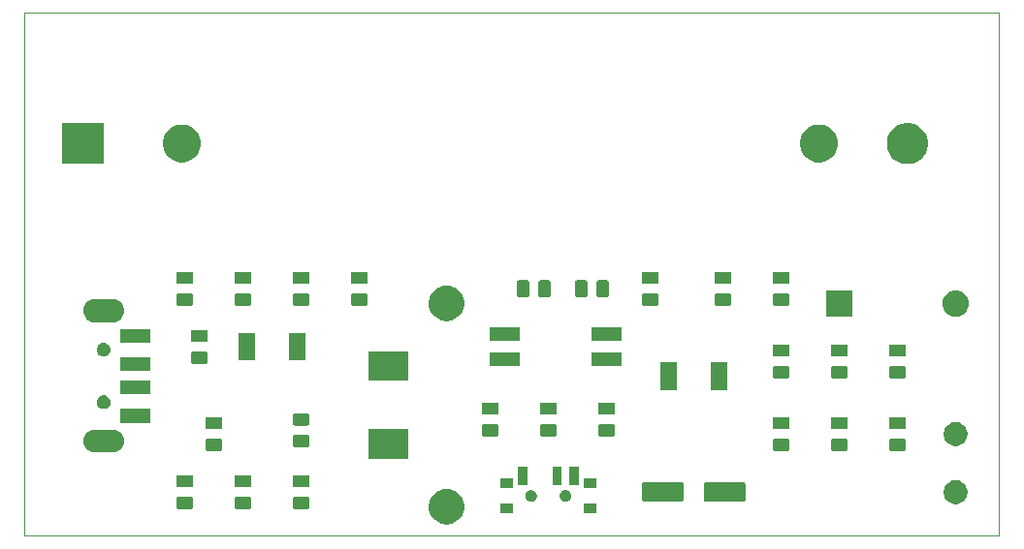
<source format=gbr>
%TF.GenerationSoftware,KiCad,Pcbnew,(5.1.2-1)-1*%
%TF.CreationDate,2020-04-26T16:50:05-07:00*%
%TF.ProjectId,Power Project,506f7765-7220-4507-926f-6a6563742e6b,rev?*%
%TF.SameCoordinates,Original*%
%TF.FileFunction,Soldermask,Top*%
%TF.FilePolarity,Negative*%
%FSLAX46Y46*%
G04 Gerber Fmt 4.6, Leading zero omitted, Abs format (unit mm)*
G04 Created by KiCad (PCBNEW (5.1.2-1)-1) date 2020-04-26 16:50:05*
%MOMM*%
%LPD*%
G04 APERTURE LIST*
%ADD10C,0.050000*%
%ADD11C,0.150000*%
G04 APERTURE END LIST*
D10*
X86360000Y-100330000D02*
X86360000Y-101600000D01*
X171450000Y-100330000D02*
X86360000Y-100330000D01*
X171450000Y-146050000D02*
X171450000Y-100330000D01*
X86360000Y-146050000D02*
X171450000Y-146050000D01*
X86360000Y-144780000D02*
X86360000Y-146050000D01*
X86360000Y-143510000D02*
X86360000Y-144780000D01*
X86360000Y-101600000D02*
X86360000Y-143510000D01*
D11*
G36*
X123492585Y-141988802D02*
G01*
X123642410Y-142018604D01*
X123924674Y-142135521D01*
X124178705Y-142305259D01*
X124394741Y-142521295D01*
X124564479Y-142775326D01*
X124681396Y-143057590D01*
X124703941Y-143170932D01*
X124741000Y-143357239D01*
X124741000Y-143662761D01*
X124731439Y-143710826D01*
X124681396Y-143962410D01*
X124564479Y-144244674D01*
X124394741Y-144498705D01*
X124178705Y-144714741D01*
X123924674Y-144884479D01*
X123642410Y-145001396D01*
X123492585Y-145031198D01*
X123342761Y-145061000D01*
X123037239Y-145061000D01*
X122887415Y-145031198D01*
X122737590Y-145001396D01*
X122455326Y-144884479D01*
X122201295Y-144714741D01*
X121985259Y-144498705D01*
X121815521Y-144244674D01*
X121698604Y-143962410D01*
X121648561Y-143710826D01*
X121639000Y-143662761D01*
X121639000Y-143357239D01*
X121676059Y-143170932D01*
X121698604Y-143057590D01*
X121815521Y-142775326D01*
X121985259Y-142521295D01*
X122201295Y-142305259D01*
X122455326Y-142135521D01*
X122737590Y-142018604D01*
X122887415Y-141988802D01*
X123037239Y-141959000D01*
X123342761Y-141959000D01*
X123492585Y-141988802D01*
X123492585Y-141988802D01*
G37*
G36*
X128981000Y-144121000D02*
G01*
X127879000Y-144121000D01*
X127879000Y-143219000D01*
X128981000Y-143219000D01*
X128981000Y-144121000D01*
X128981000Y-144121000D01*
G37*
G36*
X136281000Y-144121000D02*
G01*
X135179000Y-144121000D01*
X135179000Y-143219000D01*
X136281000Y-143219000D01*
X136281000Y-144121000D01*
X136281000Y-144121000D01*
G37*
G36*
X111074468Y-142643565D02*
G01*
X111113138Y-142655296D01*
X111148777Y-142674346D01*
X111180017Y-142699983D01*
X111205654Y-142731223D01*
X111224704Y-142766862D01*
X111236435Y-142805532D01*
X111241000Y-142851888D01*
X111241000Y-143503112D01*
X111236435Y-143549468D01*
X111224704Y-143588138D01*
X111205654Y-143623777D01*
X111180017Y-143655017D01*
X111148777Y-143680654D01*
X111113138Y-143699704D01*
X111074468Y-143711435D01*
X111028112Y-143716000D01*
X109951888Y-143716000D01*
X109905532Y-143711435D01*
X109866862Y-143699704D01*
X109831223Y-143680654D01*
X109799983Y-143655017D01*
X109774346Y-143623777D01*
X109755296Y-143588138D01*
X109743565Y-143549468D01*
X109739000Y-143503112D01*
X109739000Y-142851888D01*
X109743565Y-142805532D01*
X109755296Y-142766862D01*
X109774346Y-142731223D01*
X109799983Y-142699983D01*
X109831223Y-142674346D01*
X109866862Y-142655296D01*
X109905532Y-142643565D01*
X109951888Y-142639000D01*
X111028112Y-142639000D01*
X111074468Y-142643565D01*
X111074468Y-142643565D01*
G37*
G36*
X100914468Y-142643565D02*
G01*
X100953138Y-142655296D01*
X100988777Y-142674346D01*
X101020017Y-142699983D01*
X101045654Y-142731223D01*
X101064704Y-142766862D01*
X101076435Y-142805532D01*
X101081000Y-142851888D01*
X101081000Y-143503112D01*
X101076435Y-143549468D01*
X101064704Y-143588138D01*
X101045654Y-143623777D01*
X101020017Y-143655017D01*
X100988777Y-143680654D01*
X100953138Y-143699704D01*
X100914468Y-143711435D01*
X100868112Y-143716000D01*
X99791888Y-143716000D01*
X99745532Y-143711435D01*
X99706862Y-143699704D01*
X99671223Y-143680654D01*
X99639983Y-143655017D01*
X99614346Y-143623777D01*
X99595296Y-143588138D01*
X99583565Y-143549468D01*
X99579000Y-143503112D01*
X99579000Y-142851888D01*
X99583565Y-142805532D01*
X99595296Y-142766862D01*
X99614346Y-142731223D01*
X99639983Y-142699983D01*
X99671223Y-142674346D01*
X99706862Y-142655296D01*
X99745532Y-142643565D01*
X99791888Y-142639000D01*
X100868112Y-142639000D01*
X100914468Y-142643565D01*
X100914468Y-142643565D01*
G37*
G36*
X105994468Y-142643565D02*
G01*
X106033138Y-142655296D01*
X106068777Y-142674346D01*
X106100017Y-142699983D01*
X106125654Y-142731223D01*
X106144704Y-142766862D01*
X106156435Y-142805532D01*
X106161000Y-142851888D01*
X106161000Y-143503112D01*
X106156435Y-143549468D01*
X106144704Y-143588138D01*
X106125654Y-143623777D01*
X106100017Y-143655017D01*
X106068777Y-143680654D01*
X106033138Y-143699704D01*
X105994468Y-143711435D01*
X105948112Y-143716000D01*
X104871888Y-143716000D01*
X104825532Y-143711435D01*
X104786862Y-143699704D01*
X104751223Y-143680654D01*
X104719983Y-143655017D01*
X104694346Y-143623777D01*
X104675296Y-143588138D01*
X104663565Y-143549468D01*
X104659000Y-143503112D01*
X104659000Y-142851888D01*
X104663565Y-142805532D01*
X104675296Y-142766862D01*
X104694346Y-142731223D01*
X104719983Y-142699983D01*
X104751223Y-142674346D01*
X104786862Y-142655296D01*
X104825532Y-142643565D01*
X104871888Y-142639000D01*
X105948112Y-142639000D01*
X105994468Y-142643565D01*
X105994468Y-142643565D01*
G37*
G36*
X167946416Y-141229879D02*
G01*
X168137592Y-141309067D01*
X168137594Y-141309068D01*
X168309648Y-141424031D01*
X168455969Y-141570352D01*
X168551376Y-141713138D01*
X168570933Y-141742408D01*
X168650121Y-141933584D01*
X168690490Y-142136534D01*
X168690490Y-142343466D01*
X168650121Y-142546416D01*
X168611771Y-142639000D01*
X168570932Y-142737594D01*
X168455969Y-142909648D01*
X168309648Y-143055969D01*
X168137594Y-143170932D01*
X168137593Y-143170933D01*
X168137592Y-143170933D01*
X167946416Y-143250121D01*
X167743466Y-143290490D01*
X167536534Y-143290490D01*
X167333584Y-143250121D01*
X167142408Y-143170933D01*
X167142407Y-143170933D01*
X167142406Y-143170932D01*
X166970352Y-143055969D01*
X166824031Y-142909648D01*
X166709068Y-142737594D01*
X166668229Y-142639000D01*
X166629879Y-142546416D01*
X166589510Y-142343466D01*
X166589510Y-142136534D01*
X166629879Y-141933584D01*
X166709067Y-141742408D01*
X166728625Y-141713138D01*
X166824031Y-141570352D01*
X166970352Y-141424031D01*
X167142406Y-141309068D01*
X167142408Y-141309067D01*
X167333584Y-141229879D01*
X167536534Y-141189510D01*
X167743466Y-141189510D01*
X167946416Y-141229879D01*
X167946416Y-141229879D01*
G37*
G36*
X143735997Y-141393051D02*
G01*
X143769652Y-141403261D01*
X143800665Y-141419838D01*
X143827851Y-141442149D01*
X143850162Y-141469335D01*
X143866739Y-141500348D01*
X143876949Y-141534003D01*
X143881000Y-141575138D01*
X143881000Y-142904862D01*
X143876949Y-142945997D01*
X143866739Y-142979652D01*
X143850162Y-143010665D01*
X143827851Y-143037851D01*
X143800665Y-143060162D01*
X143769652Y-143076739D01*
X143735997Y-143086949D01*
X143694862Y-143091000D01*
X140465138Y-143091000D01*
X140424003Y-143086949D01*
X140390348Y-143076739D01*
X140359335Y-143060162D01*
X140332149Y-143037851D01*
X140309838Y-143010665D01*
X140293261Y-142979652D01*
X140283051Y-142945997D01*
X140279000Y-142904862D01*
X140279000Y-141575138D01*
X140283051Y-141534003D01*
X140293261Y-141500348D01*
X140309838Y-141469335D01*
X140332149Y-141442149D01*
X140359335Y-141419838D01*
X140390348Y-141403261D01*
X140424003Y-141393051D01*
X140465138Y-141389000D01*
X143694862Y-141389000D01*
X143735997Y-141393051D01*
X143735997Y-141393051D01*
G37*
G36*
X149135997Y-141393051D02*
G01*
X149169652Y-141403261D01*
X149200665Y-141419838D01*
X149227851Y-141442149D01*
X149250162Y-141469335D01*
X149266739Y-141500348D01*
X149276949Y-141534003D01*
X149281000Y-141575138D01*
X149281000Y-142904862D01*
X149276949Y-142945997D01*
X149266739Y-142979652D01*
X149250162Y-143010665D01*
X149227851Y-143037851D01*
X149200665Y-143060162D01*
X149169652Y-143076739D01*
X149135997Y-143086949D01*
X149094862Y-143091000D01*
X145865138Y-143091000D01*
X145824003Y-143086949D01*
X145790348Y-143076739D01*
X145759335Y-143060162D01*
X145732149Y-143037851D01*
X145709838Y-143010665D01*
X145693261Y-142979652D01*
X145683051Y-142945997D01*
X145679000Y-142904862D01*
X145679000Y-141575138D01*
X145683051Y-141534003D01*
X145693261Y-141500348D01*
X145709838Y-141469335D01*
X145732149Y-141442149D01*
X145759335Y-141419838D01*
X145790348Y-141403261D01*
X145824003Y-141393051D01*
X145865138Y-141389000D01*
X149094862Y-141389000D01*
X149135997Y-141393051D01*
X149135997Y-141393051D01*
G37*
G36*
X130677740Y-142078626D02*
G01*
X130726136Y-142088253D01*
X130763902Y-142103896D01*
X130817311Y-142126019D01*
X130833048Y-142136534D01*
X130899369Y-142180848D01*
X130969152Y-142250631D01*
X130969153Y-142250633D01*
X131023981Y-142332689D01*
X131046104Y-142386098D01*
X131061747Y-142423864D01*
X131081000Y-142520656D01*
X131081000Y-142619344D01*
X131061747Y-142716136D01*
X131046104Y-142753902D01*
X131023981Y-142807311D01*
X130996752Y-142848062D01*
X130969152Y-142889369D01*
X130899369Y-142959152D01*
X130878928Y-142972810D01*
X130817311Y-143013981D01*
X130763902Y-143036104D01*
X130726136Y-143051747D01*
X130704910Y-143055969D01*
X130629345Y-143071000D01*
X130530655Y-143071000D01*
X130455090Y-143055969D01*
X130433864Y-143051747D01*
X130396098Y-143036104D01*
X130342689Y-143013981D01*
X130281072Y-142972810D01*
X130260631Y-142959152D01*
X130190848Y-142889369D01*
X130163248Y-142848062D01*
X130136019Y-142807311D01*
X130113896Y-142753902D01*
X130098253Y-142716136D01*
X130079000Y-142619344D01*
X130079000Y-142520656D01*
X130098253Y-142423864D01*
X130113896Y-142386098D01*
X130136019Y-142332689D01*
X130190847Y-142250633D01*
X130190848Y-142250631D01*
X130260631Y-142180848D01*
X130326952Y-142136534D01*
X130342689Y-142126019D01*
X130396098Y-142103896D01*
X130433864Y-142088253D01*
X130482260Y-142078626D01*
X130530655Y-142069000D01*
X130629345Y-142069000D01*
X130677740Y-142078626D01*
X130677740Y-142078626D01*
G37*
G36*
X133677740Y-142078626D02*
G01*
X133726136Y-142088253D01*
X133763902Y-142103896D01*
X133817311Y-142126019D01*
X133833048Y-142136534D01*
X133899369Y-142180848D01*
X133969152Y-142250631D01*
X133969153Y-142250633D01*
X134023981Y-142332689D01*
X134046104Y-142386098D01*
X134061747Y-142423864D01*
X134081000Y-142520656D01*
X134081000Y-142619344D01*
X134061747Y-142716136D01*
X134046104Y-142753902D01*
X134023981Y-142807311D01*
X133996752Y-142848062D01*
X133969152Y-142889369D01*
X133899369Y-142959152D01*
X133878928Y-142972810D01*
X133817311Y-143013981D01*
X133763902Y-143036104D01*
X133726136Y-143051747D01*
X133704910Y-143055969D01*
X133629345Y-143071000D01*
X133530655Y-143071000D01*
X133455090Y-143055969D01*
X133433864Y-143051747D01*
X133396098Y-143036104D01*
X133342689Y-143013981D01*
X133281072Y-142972810D01*
X133260631Y-142959152D01*
X133190848Y-142889369D01*
X133163248Y-142848062D01*
X133136019Y-142807311D01*
X133113896Y-142753902D01*
X133098253Y-142716136D01*
X133079000Y-142619344D01*
X133079000Y-142520656D01*
X133098253Y-142423864D01*
X133113896Y-142386098D01*
X133136019Y-142332689D01*
X133190847Y-142250633D01*
X133190848Y-142250631D01*
X133260631Y-142180848D01*
X133326952Y-142136534D01*
X133342689Y-142126019D01*
X133396098Y-142103896D01*
X133433864Y-142088253D01*
X133482260Y-142078626D01*
X133530655Y-142069000D01*
X133629345Y-142069000D01*
X133677740Y-142078626D01*
X133677740Y-142078626D01*
G37*
G36*
X128981000Y-141911000D02*
G01*
X127879000Y-141911000D01*
X127879000Y-141009000D01*
X128981000Y-141009000D01*
X128981000Y-141911000D01*
X128981000Y-141911000D01*
G37*
G36*
X136281000Y-141911000D02*
G01*
X135179000Y-141911000D01*
X135179000Y-141009000D01*
X136281000Y-141009000D01*
X136281000Y-141911000D01*
X136281000Y-141911000D01*
G37*
G36*
X111074468Y-140768565D02*
G01*
X111113138Y-140780296D01*
X111148777Y-140799346D01*
X111180017Y-140824983D01*
X111205654Y-140856223D01*
X111224704Y-140891862D01*
X111236435Y-140930532D01*
X111241000Y-140976888D01*
X111241000Y-141628112D01*
X111236435Y-141674468D01*
X111224704Y-141713138D01*
X111205654Y-141748777D01*
X111180017Y-141780017D01*
X111148777Y-141805654D01*
X111113138Y-141824704D01*
X111074468Y-141836435D01*
X111028112Y-141841000D01*
X109951888Y-141841000D01*
X109905532Y-141836435D01*
X109866862Y-141824704D01*
X109831223Y-141805654D01*
X109799983Y-141780017D01*
X109774346Y-141748777D01*
X109755296Y-141713138D01*
X109743565Y-141674468D01*
X109739000Y-141628112D01*
X109739000Y-140976888D01*
X109743565Y-140930532D01*
X109755296Y-140891862D01*
X109774346Y-140856223D01*
X109799983Y-140824983D01*
X109831223Y-140799346D01*
X109866862Y-140780296D01*
X109905532Y-140768565D01*
X109951888Y-140764000D01*
X111028112Y-140764000D01*
X111074468Y-140768565D01*
X111074468Y-140768565D01*
G37*
G36*
X105994468Y-140768565D02*
G01*
X106033138Y-140780296D01*
X106068777Y-140799346D01*
X106100017Y-140824983D01*
X106125654Y-140856223D01*
X106144704Y-140891862D01*
X106156435Y-140930532D01*
X106161000Y-140976888D01*
X106161000Y-141628112D01*
X106156435Y-141674468D01*
X106144704Y-141713138D01*
X106125654Y-141748777D01*
X106100017Y-141780017D01*
X106068777Y-141805654D01*
X106033138Y-141824704D01*
X105994468Y-141836435D01*
X105948112Y-141841000D01*
X104871888Y-141841000D01*
X104825532Y-141836435D01*
X104786862Y-141824704D01*
X104751223Y-141805654D01*
X104719983Y-141780017D01*
X104694346Y-141748777D01*
X104675296Y-141713138D01*
X104663565Y-141674468D01*
X104659000Y-141628112D01*
X104659000Y-140976888D01*
X104663565Y-140930532D01*
X104675296Y-140891862D01*
X104694346Y-140856223D01*
X104719983Y-140824983D01*
X104751223Y-140799346D01*
X104786862Y-140780296D01*
X104825532Y-140768565D01*
X104871888Y-140764000D01*
X105948112Y-140764000D01*
X105994468Y-140768565D01*
X105994468Y-140768565D01*
G37*
G36*
X100914468Y-140768565D02*
G01*
X100953138Y-140780296D01*
X100988777Y-140799346D01*
X101020017Y-140824983D01*
X101045654Y-140856223D01*
X101064704Y-140891862D01*
X101076435Y-140930532D01*
X101081000Y-140976888D01*
X101081000Y-141628112D01*
X101076435Y-141674468D01*
X101064704Y-141713138D01*
X101045654Y-141748777D01*
X101020017Y-141780017D01*
X100988777Y-141805654D01*
X100953138Y-141824704D01*
X100914468Y-141836435D01*
X100868112Y-141841000D01*
X99791888Y-141841000D01*
X99745532Y-141836435D01*
X99706862Y-141824704D01*
X99671223Y-141805654D01*
X99639983Y-141780017D01*
X99614346Y-141748777D01*
X99595296Y-141713138D01*
X99583565Y-141674468D01*
X99579000Y-141628112D01*
X99579000Y-140976888D01*
X99583565Y-140930532D01*
X99595296Y-140891862D01*
X99614346Y-140856223D01*
X99639983Y-140824983D01*
X99671223Y-140799346D01*
X99706862Y-140780296D01*
X99745532Y-140768565D01*
X99791888Y-140764000D01*
X100868112Y-140764000D01*
X100914468Y-140768565D01*
X100914468Y-140768565D01*
G37*
G36*
X134731000Y-141611000D02*
G01*
X133929000Y-141611000D01*
X133929000Y-140009000D01*
X134731000Y-140009000D01*
X134731000Y-141611000D01*
X134731000Y-141611000D01*
G37*
G36*
X133231000Y-141611000D02*
G01*
X132429000Y-141611000D01*
X132429000Y-140009000D01*
X133231000Y-140009000D01*
X133231000Y-141611000D01*
X133231000Y-141611000D01*
G37*
G36*
X130231000Y-141611000D02*
G01*
X129429000Y-141611000D01*
X129429000Y-140009000D01*
X130231000Y-140009000D01*
X130231000Y-141611000D01*
X130231000Y-141611000D01*
G37*
G36*
X119811000Y-139321000D02*
G01*
X116409000Y-139321000D01*
X116409000Y-136719000D01*
X119811000Y-136719000D01*
X119811000Y-139321000D01*
X119811000Y-139321000D01*
G37*
G36*
X94256228Y-136793483D02*
G01*
X94444922Y-136850723D01*
X94618815Y-136943671D01*
X94771239Y-137068761D01*
X94896329Y-137221185D01*
X94989277Y-137395078D01*
X95046517Y-137583772D01*
X95065843Y-137780000D01*
X95046517Y-137976228D01*
X94989277Y-138164922D01*
X94896329Y-138338815D01*
X94771239Y-138491239D01*
X94618815Y-138616329D01*
X94444922Y-138709277D01*
X94256228Y-138766517D01*
X94109175Y-138781000D01*
X92410825Y-138781000D01*
X92263772Y-138766517D01*
X92075078Y-138709277D01*
X91901185Y-138616329D01*
X91748761Y-138491239D01*
X91623671Y-138338815D01*
X91530723Y-138164922D01*
X91473483Y-137976228D01*
X91454157Y-137780000D01*
X91473483Y-137583772D01*
X91530723Y-137395078D01*
X91623671Y-137221185D01*
X91748761Y-137068761D01*
X91901185Y-136943671D01*
X92075078Y-136850723D01*
X92263772Y-136793483D01*
X92410825Y-136779000D01*
X94109175Y-136779000D01*
X94256228Y-136793483D01*
X94256228Y-136793483D01*
G37*
G36*
X103454468Y-137563565D02*
G01*
X103493138Y-137575296D01*
X103528777Y-137594346D01*
X103560017Y-137619983D01*
X103585654Y-137651223D01*
X103604704Y-137686862D01*
X103616435Y-137725532D01*
X103621000Y-137771888D01*
X103621000Y-138423112D01*
X103616435Y-138469468D01*
X103604704Y-138508138D01*
X103585654Y-138543777D01*
X103560017Y-138575017D01*
X103528777Y-138600654D01*
X103493138Y-138619704D01*
X103454468Y-138631435D01*
X103408112Y-138636000D01*
X102331888Y-138636000D01*
X102285532Y-138631435D01*
X102246862Y-138619704D01*
X102211223Y-138600654D01*
X102179983Y-138575017D01*
X102154346Y-138543777D01*
X102135296Y-138508138D01*
X102123565Y-138469468D01*
X102119000Y-138423112D01*
X102119000Y-137771888D01*
X102123565Y-137725532D01*
X102135296Y-137686862D01*
X102154346Y-137651223D01*
X102179983Y-137619983D01*
X102211223Y-137594346D01*
X102246862Y-137575296D01*
X102285532Y-137563565D01*
X102331888Y-137559000D01*
X103408112Y-137559000D01*
X103454468Y-137563565D01*
X103454468Y-137563565D01*
G37*
G36*
X163144468Y-137563565D02*
G01*
X163183138Y-137575296D01*
X163218777Y-137594346D01*
X163250017Y-137619983D01*
X163275654Y-137651223D01*
X163294704Y-137686862D01*
X163306435Y-137725532D01*
X163311000Y-137771888D01*
X163311000Y-138423112D01*
X163306435Y-138469468D01*
X163294704Y-138508138D01*
X163275654Y-138543777D01*
X163250017Y-138575017D01*
X163218777Y-138600654D01*
X163183138Y-138619704D01*
X163144468Y-138631435D01*
X163098112Y-138636000D01*
X162021888Y-138636000D01*
X161975532Y-138631435D01*
X161936862Y-138619704D01*
X161901223Y-138600654D01*
X161869983Y-138575017D01*
X161844346Y-138543777D01*
X161825296Y-138508138D01*
X161813565Y-138469468D01*
X161809000Y-138423112D01*
X161809000Y-137771888D01*
X161813565Y-137725532D01*
X161825296Y-137686862D01*
X161844346Y-137651223D01*
X161869983Y-137619983D01*
X161901223Y-137594346D01*
X161936862Y-137575296D01*
X161975532Y-137563565D01*
X162021888Y-137559000D01*
X163098112Y-137559000D01*
X163144468Y-137563565D01*
X163144468Y-137563565D01*
G37*
G36*
X158064468Y-137563565D02*
G01*
X158103138Y-137575296D01*
X158138777Y-137594346D01*
X158170017Y-137619983D01*
X158195654Y-137651223D01*
X158214704Y-137686862D01*
X158226435Y-137725532D01*
X158231000Y-137771888D01*
X158231000Y-138423112D01*
X158226435Y-138469468D01*
X158214704Y-138508138D01*
X158195654Y-138543777D01*
X158170017Y-138575017D01*
X158138777Y-138600654D01*
X158103138Y-138619704D01*
X158064468Y-138631435D01*
X158018112Y-138636000D01*
X156941888Y-138636000D01*
X156895532Y-138631435D01*
X156856862Y-138619704D01*
X156821223Y-138600654D01*
X156789983Y-138575017D01*
X156764346Y-138543777D01*
X156745296Y-138508138D01*
X156733565Y-138469468D01*
X156729000Y-138423112D01*
X156729000Y-137771888D01*
X156733565Y-137725532D01*
X156745296Y-137686862D01*
X156764346Y-137651223D01*
X156789983Y-137619983D01*
X156821223Y-137594346D01*
X156856862Y-137575296D01*
X156895532Y-137563565D01*
X156941888Y-137559000D01*
X158018112Y-137559000D01*
X158064468Y-137563565D01*
X158064468Y-137563565D01*
G37*
G36*
X152984468Y-137563565D02*
G01*
X153023138Y-137575296D01*
X153058777Y-137594346D01*
X153090017Y-137619983D01*
X153115654Y-137651223D01*
X153134704Y-137686862D01*
X153146435Y-137725532D01*
X153151000Y-137771888D01*
X153151000Y-138423112D01*
X153146435Y-138469468D01*
X153134704Y-138508138D01*
X153115654Y-138543777D01*
X153090017Y-138575017D01*
X153058777Y-138600654D01*
X153023138Y-138619704D01*
X152984468Y-138631435D01*
X152938112Y-138636000D01*
X151861888Y-138636000D01*
X151815532Y-138631435D01*
X151776862Y-138619704D01*
X151741223Y-138600654D01*
X151709983Y-138575017D01*
X151684346Y-138543777D01*
X151665296Y-138508138D01*
X151653565Y-138469468D01*
X151649000Y-138423112D01*
X151649000Y-137771888D01*
X151653565Y-137725532D01*
X151665296Y-137686862D01*
X151684346Y-137651223D01*
X151709983Y-137619983D01*
X151741223Y-137594346D01*
X151776862Y-137575296D01*
X151815532Y-137563565D01*
X151861888Y-137559000D01*
X152938112Y-137559000D01*
X152984468Y-137563565D01*
X152984468Y-137563565D01*
G37*
G36*
X111074468Y-137231065D02*
G01*
X111113138Y-137242796D01*
X111148777Y-137261846D01*
X111180017Y-137287483D01*
X111205654Y-137318723D01*
X111224704Y-137354362D01*
X111236435Y-137393032D01*
X111241000Y-137439388D01*
X111241000Y-138090612D01*
X111236435Y-138136968D01*
X111224704Y-138175638D01*
X111205654Y-138211277D01*
X111180017Y-138242517D01*
X111148777Y-138268154D01*
X111113138Y-138287204D01*
X111074468Y-138298935D01*
X111028112Y-138303500D01*
X109951888Y-138303500D01*
X109905532Y-138298935D01*
X109866862Y-138287204D01*
X109831223Y-138268154D01*
X109799983Y-138242517D01*
X109774346Y-138211277D01*
X109755296Y-138175638D01*
X109743565Y-138136968D01*
X109739000Y-138090612D01*
X109739000Y-137439388D01*
X109743565Y-137393032D01*
X109755296Y-137354362D01*
X109774346Y-137318723D01*
X109799983Y-137287483D01*
X109831223Y-137261846D01*
X109866862Y-137242796D01*
X109905532Y-137231065D01*
X109951888Y-137226500D01*
X111028112Y-137226500D01*
X111074468Y-137231065D01*
X111074468Y-137231065D01*
G37*
G36*
X167946416Y-136149879D02*
G01*
X168137592Y-136229067D01*
X168137594Y-136229068D01*
X168309648Y-136344031D01*
X168455969Y-136490352D01*
X168551376Y-136633138D01*
X168570933Y-136662408D01*
X168650121Y-136853584D01*
X168690490Y-137056534D01*
X168690490Y-137263466D01*
X168650121Y-137466416D01*
X168637970Y-137495750D01*
X168570932Y-137657594D01*
X168455969Y-137829648D01*
X168309648Y-137975969D01*
X168137594Y-138090932D01*
X168137593Y-138090933D01*
X168137592Y-138090933D01*
X167946416Y-138170121D01*
X167743466Y-138210490D01*
X167536534Y-138210490D01*
X167333584Y-138170121D01*
X167142408Y-138090933D01*
X167142407Y-138090933D01*
X167142406Y-138090932D01*
X166970352Y-137975969D01*
X166824031Y-137829648D01*
X166709068Y-137657594D01*
X166642030Y-137495750D01*
X166629879Y-137466416D01*
X166589510Y-137263466D01*
X166589510Y-137056534D01*
X166629879Y-136853584D01*
X166709067Y-136662408D01*
X166728625Y-136633138D01*
X166824031Y-136490352D01*
X166970352Y-136344031D01*
X167142406Y-136229068D01*
X167142408Y-136229067D01*
X167333584Y-136149879D01*
X167536534Y-136109510D01*
X167743466Y-136109510D01*
X167946416Y-136149879D01*
X167946416Y-136149879D01*
G37*
G36*
X127584468Y-136293565D02*
G01*
X127623138Y-136305296D01*
X127658777Y-136324346D01*
X127690017Y-136349983D01*
X127715654Y-136381223D01*
X127734704Y-136416862D01*
X127746435Y-136455532D01*
X127751000Y-136501888D01*
X127751000Y-137153112D01*
X127746435Y-137199468D01*
X127734704Y-137238138D01*
X127715654Y-137273777D01*
X127690017Y-137305017D01*
X127658777Y-137330654D01*
X127623138Y-137349704D01*
X127584468Y-137361435D01*
X127538112Y-137366000D01*
X126461888Y-137366000D01*
X126415532Y-137361435D01*
X126376862Y-137349704D01*
X126341223Y-137330654D01*
X126309983Y-137305017D01*
X126284346Y-137273777D01*
X126265296Y-137238138D01*
X126253565Y-137199468D01*
X126249000Y-137153112D01*
X126249000Y-136501888D01*
X126253565Y-136455532D01*
X126265296Y-136416862D01*
X126284346Y-136381223D01*
X126309983Y-136349983D01*
X126341223Y-136324346D01*
X126376862Y-136305296D01*
X126415532Y-136293565D01*
X126461888Y-136289000D01*
X127538112Y-136289000D01*
X127584468Y-136293565D01*
X127584468Y-136293565D01*
G37*
G36*
X137744468Y-136293565D02*
G01*
X137783138Y-136305296D01*
X137818777Y-136324346D01*
X137850017Y-136349983D01*
X137875654Y-136381223D01*
X137894704Y-136416862D01*
X137906435Y-136455532D01*
X137911000Y-136501888D01*
X137911000Y-137153112D01*
X137906435Y-137199468D01*
X137894704Y-137238138D01*
X137875654Y-137273777D01*
X137850017Y-137305017D01*
X137818777Y-137330654D01*
X137783138Y-137349704D01*
X137744468Y-137361435D01*
X137698112Y-137366000D01*
X136621888Y-137366000D01*
X136575532Y-137361435D01*
X136536862Y-137349704D01*
X136501223Y-137330654D01*
X136469983Y-137305017D01*
X136444346Y-137273777D01*
X136425296Y-137238138D01*
X136413565Y-137199468D01*
X136409000Y-137153112D01*
X136409000Y-136501888D01*
X136413565Y-136455532D01*
X136425296Y-136416862D01*
X136444346Y-136381223D01*
X136469983Y-136349983D01*
X136501223Y-136324346D01*
X136536862Y-136305296D01*
X136575532Y-136293565D01*
X136621888Y-136289000D01*
X137698112Y-136289000D01*
X137744468Y-136293565D01*
X137744468Y-136293565D01*
G37*
G36*
X132664468Y-136293565D02*
G01*
X132703138Y-136305296D01*
X132738777Y-136324346D01*
X132770017Y-136349983D01*
X132795654Y-136381223D01*
X132814704Y-136416862D01*
X132826435Y-136455532D01*
X132831000Y-136501888D01*
X132831000Y-137153112D01*
X132826435Y-137199468D01*
X132814704Y-137238138D01*
X132795654Y-137273777D01*
X132770017Y-137305017D01*
X132738777Y-137330654D01*
X132703138Y-137349704D01*
X132664468Y-137361435D01*
X132618112Y-137366000D01*
X131541888Y-137366000D01*
X131495532Y-137361435D01*
X131456862Y-137349704D01*
X131421223Y-137330654D01*
X131389983Y-137305017D01*
X131364346Y-137273777D01*
X131345296Y-137238138D01*
X131333565Y-137199468D01*
X131329000Y-137153112D01*
X131329000Y-136501888D01*
X131333565Y-136455532D01*
X131345296Y-136416862D01*
X131364346Y-136381223D01*
X131389983Y-136349983D01*
X131421223Y-136324346D01*
X131456862Y-136305296D01*
X131495532Y-136293565D01*
X131541888Y-136289000D01*
X132618112Y-136289000D01*
X132664468Y-136293565D01*
X132664468Y-136293565D01*
G37*
G36*
X103454468Y-135688565D02*
G01*
X103493138Y-135700296D01*
X103528777Y-135719346D01*
X103560017Y-135744983D01*
X103585654Y-135776223D01*
X103604704Y-135811862D01*
X103616435Y-135850532D01*
X103621000Y-135896888D01*
X103621000Y-136548112D01*
X103616435Y-136594468D01*
X103604704Y-136633138D01*
X103585654Y-136668777D01*
X103560017Y-136700017D01*
X103528777Y-136725654D01*
X103493138Y-136744704D01*
X103454468Y-136756435D01*
X103408112Y-136761000D01*
X102331888Y-136761000D01*
X102285532Y-136756435D01*
X102246862Y-136744704D01*
X102211223Y-136725654D01*
X102179983Y-136700017D01*
X102154346Y-136668777D01*
X102135296Y-136633138D01*
X102123565Y-136594468D01*
X102119000Y-136548112D01*
X102119000Y-135896888D01*
X102123565Y-135850532D01*
X102135296Y-135811862D01*
X102154346Y-135776223D01*
X102179983Y-135744983D01*
X102211223Y-135719346D01*
X102246862Y-135700296D01*
X102285532Y-135688565D01*
X102331888Y-135684000D01*
X103408112Y-135684000D01*
X103454468Y-135688565D01*
X103454468Y-135688565D01*
G37*
G36*
X158064468Y-135688565D02*
G01*
X158103138Y-135700296D01*
X158138777Y-135719346D01*
X158170017Y-135744983D01*
X158195654Y-135776223D01*
X158214704Y-135811862D01*
X158226435Y-135850532D01*
X158231000Y-135896888D01*
X158231000Y-136548112D01*
X158226435Y-136594468D01*
X158214704Y-136633138D01*
X158195654Y-136668777D01*
X158170017Y-136700017D01*
X158138777Y-136725654D01*
X158103138Y-136744704D01*
X158064468Y-136756435D01*
X158018112Y-136761000D01*
X156941888Y-136761000D01*
X156895532Y-136756435D01*
X156856862Y-136744704D01*
X156821223Y-136725654D01*
X156789983Y-136700017D01*
X156764346Y-136668777D01*
X156745296Y-136633138D01*
X156733565Y-136594468D01*
X156729000Y-136548112D01*
X156729000Y-135896888D01*
X156733565Y-135850532D01*
X156745296Y-135811862D01*
X156764346Y-135776223D01*
X156789983Y-135744983D01*
X156821223Y-135719346D01*
X156856862Y-135700296D01*
X156895532Y-135688565D01*
X156941888Y-135684000D01*
X158018112Y-135684000D01*
X158064468Y-135688565D01*
X158064468Y-135688565D01*
G37*
G36*
X163144468Y-135688565D02*
G01*
X163183138Y-135700296D01*
X163218777Y-135719346D01*
X163250017Y-135744983D01*
X163275654Y-135776223D01*
X163294704Y-135811862D01*
X163306435Y-135850532D01*
X163311000Y-135896888D01*
X163311000Y-136548112D01*
X163306435Y-136594468D01*
X163294704Y-136633138D01*
X163275654Y-136668777D01*
X163250017Y-136700017D01*
X163218777Y-136725654D01*
X163183138Y-136744704D01*
X163144468Y-136756435D01*
X163098112Y-136761000D01*
X162021888Y-136761000D01*
X161975532Y-136756435D01*
X161936862Y-136744704D01*
X161901223Y-136725654D01*
X161869983Y-136700017D01*
X161844346Y-136668777D01*
X161825296Y-136633138D01*
X161813565Y-136594468D01*
X161809000Y-136548112D01*
X161809000Y-135896888D01*
X161813565Y-135850532D01*
X161825296Y-135811862D01*
X161844346Y-135776223D01*
X161869983Y-135744983D01*
X161901223Y-135719346D01*
X161936862Y-135700296D01*
X161975532Y-135688565D01*
X162021888Y-135684000D01*
X163098112Y-135684000D01*
X163144468Y-135688565D01*
X163144468Y-135688565D01*
G37*
G36*
X152984468Y-135688565D02*
G01*
X153023138Y-135700296D01*
X153058777Y-135719346D01*
X153090017Y-135744983D01*
X153115654Y-135776223D01*
X153134704Y-135811862D01*
X153146435Y-135850532D01*
X153151000Y-135896888D01*
X153151000Y-136548112D01*
X153146435Y-136594468D01*
X153134704Y-136633138D01*
X153115654Y-136668777D01*
X153090017Y-136700017D01*
X153058777Y-136725654D01*
X153023138Y-136744704D01*
X152984468Y-136756435D01*
X152938112Y-136761000D01*
X151861888Y-136761000D01*
X151815532Y-136756435D01*
X151776862Y-136744704D01*
X151741223Y-136725654D01*
X151709983Y-136700017D01*
X151684346Y-136668777D01*
X151665296Y-136633138D01*
X151653565Y-136594468D01*
X151649000Y-136548112D01*
X151649000Y-135896888D01*
X151653565Y-135850532D01*
X151665296Y-135811862D01*
X151684346Y-135776223D01*
X151709983Y-135744983D01*
X151741223Y-135719346D01*
X151776862Y-135700296D01*
X151815532Y-135688565D01*
X151861888Y-135684000D01*
X152938112Y-135684000D01*
X152984468Y-135688565D01*
X152984468Y-135688565D01*
G37*
G36*
X111074468Y-135356065D02*
G01*
X111113138Y-135367796D01*
X111148777Y-135386846D01*
X111180017Y-135412483D01*
X111205654Y-135443723D01*
X111224704Y-135479362D01*
X111236435Y-135518032D01*
X111241000Y-135564388D01*
X111241000Y-136215612D01*
X111236435Y-136261968D01*
X111224704Y-136300638D01*
X111205654Y-136336277D01*
X111180017Y-136367517D01*
X111148777Y-136393154D01*
X111113138Y-136412204D01*
X111074468Y-136423935D01*
X111028112Y-136428500D01*
X109951888Y-136428500D01*
X109905532Y-136423935D01*
X109866862Y-136412204D01*
X109831223Y-136393154D01*
X109799983Y-136367517D01*
X109774346Y-136336277D01*
X109755296Y-136300638D01*
X109743565Y-136261968D01*
X109739000Y-136215612D01*
X109739000Y-135564388D01*
X109743565Y-135518032D01*
X109755296Y-135479362D01*
X109774346Y-135443723D01*
X109799983Y-135412483D01*
X109831223Y-135386846D01*
X109866862Y-135367796D01*
X109905532Y-135356065D01*
X109951888Y-135351500D01*
X111028112Y-135351500D01*
X111074468Y-135356065D01*
X111074468Y-135356065D01*
G37*
G36*
X97311000Y-136181000D02*
G01*
X94709000Y-136181000D01*
X94709000Y-134979000D01*
X97311000Y-134979000D01*
X97311000Y-136181000D01*
X97311000Y-136181000D01*
G37*
G36*
X127584468Y-134418565D02*
G01*
X127623138Y-134430296D01*
X127658777Y-134449346D01*
X127690017Y-134474983D01*
X127715654Y-134506223D01*
X127734704Y-134541862D01*
X127746435Y-134580532D01*
X127751000Y-134626888D01*
X127751000Y-135278112D01*
X127746435Y-135324468D01*
X127734704Y-135363138D01*
X127715654Y-135398777D01*
X127690017Y-135430017D01*
X127658777Y-135455654D01*
X127623138Y-135474704D01*
X127584468Y-135486435D01*
X127538112Y-135491000D01*
X126461888Y-135491000D01*
X126415532Y-135486435D01*
X126376862Y-135474704D01*
X126341223Y-135455654D01*
X126309983Y-135430017D01*
X126284346Y-135398777D01*
X126265296Y-135363138D01*
X126253565Y-135324468D01*
X126249000Y-135278112D01*
X126249000Y-134626888D01*
X126253565Y-134580532D01*
X126265296Y-134541862D01*
X126284346Y-134506223D01*
X126309983Y-134474983D01*
X126341223Y-134449346D01*
X126376862Y-134430296D01*
X126415532Y-134418565D01*
X126461888Y-134414000D01*
X127538112Y-134414000D01*
X127584468Y-134418565D01*
X127584468Y-134418565D01*
G37*
G36*
X137744468Y-134418565D02*
G01*
X137783138Y-134430296D01*
X137818777Y-134449346D01*
X137850017Y-134474983D01*
X137875654Y-134506223D01*
X137894704Y-134541862D01*
X137906435Y-134580532D01*
X137911000Y-134626888D01*
X137911000Y-135278112D01*
X137906435Y-135324468D01*
X137894704Y-135363138D01*
X137875654Y-135398777D01*
X137850017Y-135430017D01*
X137818777Y-135455654D01*
X137783138Y-135474704D01*
X137744468Y-135486435D01*
X137698112Y-135491000D01*
X136621888Y-135491000D01*
X136575532Y-135486435D01*
X136536862Y-135474704D01*
X136501223Y-135455654D01*
X136469983Y-135430017D01*
X136444346Y-135398777D01*
X136425296Y-135363138D01*
X136413565Y-135324468D01*
X136409000Y-135278112D01*
X136409000Y-134626888D01*
X136413565Y-134580532D01*
X136425296Y-134541862D01*
X136444346Y-134506223D01*
X136469983Y-134474983D01*
X136501223Y-134449346D01*
X136536862Y-134430296D01*
X136575532Y-134418565D01*
X136621888Y-134414000D01*
X137698112Y-134414000D01*
X137744468Y-134418565D01*
X137744468Y-134418565D01*
G37*
G36*
X132664468Y-134418565D02*
G01*
X132703138Y-134430296D01*
X132738777Y-134449346D01*
X132770017Y-134474983D01*
X132795654Y-134506223D01*
X132814704Y-134541862D01*
X132826435Y-134580532D01*
X132831000Y-134626888D01*
X132831000Y-135278112D01*
X132826435Y-135324468D01*
X132814704Y-135363138D01*
X132795654Y-135398777D01*
X132770017Y-135430017D01*
X132738777Y-135455654D01*
X132703138Y-135474704D01*
X132664468Y-135486435D01*
X132618112Y-135491000D01*
X131541888Y-135491000D01*
X131495532Y-135486435D01*
X131456862Y-135474704D01*
X131421223Y-135455654D01*
X131389983Y-135430017D01*
X131364346Y-135398777D01*
X131345296Y-135363138D01*
X131333565Y-135324468D01*
X131329000Y-135278112D01*
X131329000Y-134626888D01*
X131333565Y-134580532D01*
X131345296Y-134541862D01*
X131364346Y-134506223D01*
X131389983Y-134474983D01*
X131421223Y-134449346D01*
X131456862Y-134430296D01*
X131495532Y-134418565D01*
X131541888Y-134414000D01*
X132618112Y-134414000D01*
X132664468Y-134418565D01*
X132664468Y-134418565D01*
G37*
G36*
X93396601Y-133794397D02*
G01*
X93435305Y-133802096D01*
X93467340Y-133815365D01*
X93544680Y-133847400D01*
X93643115Y-133913173D01*
X93726827Y-133996885D01*
X93792600Y-134095320D01*
X93837904Y-134204696D01*
X93861000Y-134320805D01*
X93861000Y-134439195D01*
X93856985Y-134459377D01*
X93837904Y-134555305D01*
X93824635Y-134587340D01*
X93792600Y-134664680D01*
X93726827Y-134763115D01*
X93643115Y-134846827D01*
X93544680Y-134912600D01*
X93467340Y-134944635D01*
X93435305Y-134957904D01*
X93396601Y-134965603D01*
X93319195Y-134981000D01*
X93200805Y-134981000D01*
X93123399Y-134965603D01*
X93084695Y-134957904D01*
X93052660Y-134944635D01*
X92975320Y-134912600D01*
X92876885Y-134846827D01*
X92793173Y-134763115D01*
X92727400Y-134664680D01*
X92695365Y-134587340D01*
X92682096Y-134555305D01*
X92663015Y-134459377D01*
X92659000Y-134439195D01*
X92659000Y-134320805D01*
X92682096Y-134204696D01*
X92727400Y-134095320D01*
X92793173Y-133996885D01*
X92876885Y-133913173D01*
X92975320Y-133847400D01*
X93052660Y-133815365D01*
X93084695Y-133802096D01*
X93123399Y-133794397D01*
X93200805Y-133779000D01*
X93319195Y-133779000D01*
X93396601Y-133794397D01*
X93396601Y-133794397D01*
G37*
G36*
X97311000Y-133681000D02*
G01*
X94709000Y-133681000D01*
X94709000Y-132479000D01*
X97311000Y-132479000D01*
X97311000Y-133681000D01*
X97311000Y-133681000D01*
G37*
G36*
X143281600Y-133322260D02*
G01*
X141846100Y-133322260D01*
X141846100Y-130837740D01*
X143281600Y-130837740D01*
X143281600Y-133322260D01*
X143281600Y-133322260D01*
G37*
G36*
X147713900Y-133322260D02*
G01*
X146278400Y-133322260D01*
X146278400Y-130837740D01*
X147713900Y-130837740D01*
X147713900Y-133322260D01*
X147713900Y-133322260D01*
G37*
G36*
X119811000Y-132521000D02*
G01*
X116409000Y-132521000D01*
X116409000Y-129919000D01*
X119811000Y-129919000D01*
X119811000Y-132521000D01*
X119811000Y-132521000D01*
G37*
G36*
X152984468Y-131213565D02*
G01*
X153023138Y-131225296D01*
X153058777Y-131244346D01*
X153090017Y-131269983D01*
X153115654Y-131301223D01*
X153134704Y-131336862D01*
X153146435Y-131375532D01*
X153151000Y-131421888D01*
X153151000Y-132073112D01*
X153146435Y-132119468D01*
X153134704Y-132158138D01*
X153115654Y-132193777D01*
X153090017Y-132225017D01*
X153058777Y-132250654D01*
X153023138Y-132269704D01*
X152984468Y-132281435D01*
X152938112Y-132286000D01*
X151861888Y-132286000D01*
X151815532Y-132281435D01*
X151776862Y-132269704D01*
X151741223Y-132250654D01*
X151709983Y-132225017D01*
X151684346Y-132193777D01*
X151665296Y-132158138D01*
X151653565Y-132119468D01*
X151649000Y-132073112D01*
X151649000Y-131421888D01*
X151653565Y-131375532D01*
X151665296Y-131336862D01*
X151684346Y-131301223D01*
X151709983Y-131269983D01*
X151741223Y-131244346D01*
X151776862Y-131225296D01*
X151815532Y-131213565D01*
X151861888Y-131209000D01*
X152938112Y-131209000D01*
X152984468Y-131213565D01*
X152984468Y-131213565D01*
G37*
G36*
X163144468Y-131213565D02*
G01*
X163183138Y-131225296D01*
X163218777Y-131244346D01*
X163250017Y-131269983D01*
X163275654Y-131301223D01*
X163294704Y-131336862D01*
X163306435Y-131375532D01*
X163311000Y-131421888D01*
X163311000Y-132073112D01*
X163306435Y-132119468D01*
X163294704Y-132158138D01*
X163275654Y-132193777D01*
X163250017Y-132225017D01*
X163218777Y-132250654D01*
X163183138Y-132269704D01*
X163144468Y-132281435D01*
X163098112Y-132286000D01*
X162021888Y-132286000D01*
X161975532Y-132281435D01*
X161936862Y-132269704D01*
X161901223Y-132250654D01*
X161869983Y-132225017D01*
X161844346Y-132193777D01*
X161825296Y-132158138D01*
X161813565Y-132119468D01*
X161809000Y-132073112D01*
X161809000Y-131421888D01*
X161813565Y-131375532D01*
X161825296Y-131336862D01*
X161844346Y-131301223D01*
X161869983Y-131269983D01*
X161901223Y-131244346D01*
X161936862Y-131225296D01*
X161975532Y-131213565D01*
X162021888Y-131209000D01*
X163098112Y-131209000D01*
X163144468Y-131213565D01*
X163144468Y-131213565D01*
G37*
G36*
X158064468Y-131213565D02*
G01*
X158103138Y-131225296D01*
X158138777Y-131244346D01*
X158170017Y-131269983D01*
X158195654Y-131301223D01*
X158214704Y-131336862D01*
X158226435Y-131375532D01*
X158231000Y-131421888D01*
X158231000Y-132073112D01*
X158226435Y-132119468D01*
X158214704Y-132158138D01*
X158195654Y-132193777D01*
X158170017Y-132225017D01*
X158138777Y-132250654D01*
X158103138Y-132269704D01*
X158064468Y-132281435D01*
X158018112Y-132286000D01*
X156941888Y-132286000D01*
X156895532Y-132281435D01*
X156856862Y-132269704D01*
X156821223Y-132250654D01*
X156789983Y-132225017D01*
X156764346Y-132193777D01*
X156745296Y-132158138D01*
X156733565Y-132119468D01*
X156729000Y-132073112D01*
X156729000Y-131421888D01*
X156733565Y-131375532D01*
X156745296Y-131336862D01*
X156764346Y-131301223D01*
X156789983Y-131269983D01*
X156821223Y-131244346D01*
X156856862Y-131225296D01*
X156895532Y-131213565D01*
X156941888Y-131209000D01*
X158018112Y-131209000D01*
X158064468Y-131213565D01*
X158064468Y-131213565D01*
G37*
G36*
X97311000Y-131681000D02*
G01*
X94709000Y-131681000D01*
X94709000Y-130479000D01*
X97311000Y-130479000D01*
X97311000Y-131681000D01*
X97311000Y-131681000D01*
G37*
G36*
X129596000Y-131221000D02*
G01*
X126944000Y-131221000D01*
X126944000Y-130059000D01*
X129596000Y-130059000D01*
X129596000Y-131221000D01*
X129596000Y-131221000D01*
G37*
G36*
X138486000Y-131221000D02*
G01*
X135834000Y-131221000D01*
X135834000Y-130059000D01*
X138486000Y-130059000D01*
X138486000Y-131221000D01*
X138486000Y-131221000D01*
G37*
G36*
X102184468Y-129943565D02*
G01*
X102223138Y-129955296D01*
X102258777Y-129974346D01*
X102290017Y-129999983D01*
X102315654Y-130031223D01*
X102334704Y-130066862D01*
X102346435Y-130105532D01*
X102351000Y-130151888D01*
X102351000Y-130803112D01*
X102346435Y-130849468D01*
X102334704Y-130888138D01*
X102315654Y-130923777D01*
X102290017Y-130955017D01*
X102258777Y-130980654D01*
X102223138Y-130999704D01*
X102184468Y-131011435D01*
X102138112Y-131016000D01*
X101061888Y-131016000D01*
X101015532Y-131011435D01*
X100976862Y-130999704D01*
X100941223Y-130980654D01*
X100909983Y-130955017D01*
X100884346Y-130923777D01*
X100865296Y-130888138D01*
X100853565Y-130849468D01*
X100849000Y-130803112D01*
X100849000Y-130151888D01*
X100853565Y-130105532D01*
X100865296Y-130066862D01*
X100884346Y-130031223D01*
X100909983Y-129999983D01*
X100941223Y-129974346D01*
X100976862Y-129955296D01*
X101015532Y-129943565D01*
X101061888Y-129939000D01*
X102138112Y-129939000D01*
X102184468Y-129943565D01*
X102184468Y-129943565D01*
G37*
G36*
X106451600Y-130706060D02*
G01*
X105016100Y-130706060D01*
X105016100Y-128373940D01*
X106451600Y-128373940D01*
X106451600Y-130706060D01*
X106451600Y-130706060D01*
G37*
G36*
X110883900Y-130706060D02*
G01*
X109448400Y-130706060D01*
X109448400Y-128373940D01*
X110883900Y-128373940D01*
X110883900Y-130706060D01*
X110883900Y-130706060D01*
G37*
G36*
X158064468Y-129338565D02*
G01*
X158103138Y-129350296D01*
X158138777Y-129369346D01*
X158170017Y-129394983D01*
X158195654Y-129426223D01*
X158214704Y-129461862D01*
X158226435Y-129500532D01*
X158231000Y-129546888D01*
X158231000Y-130198112D01*
X158226435Y-130244468D01*
X158214704Y-130283138D01*
X158195654Y-130318777D01*
X158170017Y-130350017D01*
X158138777Y-130375654D01*
X158103138Y-130394704D01*
X158064468Y-130406435D01*
X158018112Y-130411000D01*
X156941888Y-130411000D01*
X156895532Y-130406435D01*
X156856862Y-130394704D01*
X156821223Y-130375654D01*
X156789983Y-130350017D01*
X156764346Y-130318777D01*
X156745296Y-130283138D01*
X156733565Y-130244468D01*
X156729000Y-130198112D01*
X156729000Y-129546888D01*
X156733565Y-129500532D01*
X156745296Y-129461862D01*
X156764346Y-129426223D01*
X156789983Y-129394983D01*
X156821223Y-129369346D01*
X156856862Y-129350296D01*
X156895532Y-129338565D01*
X156941888Y-129334000D01*
X158018112Y-129334000D01*
X158064468Y-129338565D01*
X158064468Y-129338565D01*
G37*
G36*
X152984468Y-129338565D02*
G01*
X153023138Y-129350296D01*
X153058777Y-129369346D01*
X153090017Y-129394983D01*
X153115654Y-129426223D01*
X153134704Y-129461862D01*
X153146435Y-129500532D01*
X153151000Y-129546888D01*
X153151000Y-130198112D01*
X153146435Y-130244468D01*
X153134704Y-130283138D01*
X153115654Y-130318777D01*
X153090017Y-130350017D01*
X153058777Y-130375654D01*
X153023138Y-130394704D01*
X152984468Y-130406435D01*
X152938112Y-130411000D01*
X151861888Y-130411000D01*
X151815532Y-130406435D01*
X151776862Y-130394704D01*
X151741223Y-130375654D01*
X151709983Y-130350017D01*
X151684346Y-130318777D01*
X151665296Y-130283138D01*
X151653565Y-130244468D01*
X151649000Y-130198112D01*
X151649000Y-129546888D01*
X151653565Y-129500532D01*
X151665296Y-129461862D01*
X151684346Y-129426223D01*
X151709983Y-129394983D01*
X151741223Y-129369346D01*
X151776862Y-129350296D01*
X151815532Y-129338565D01*
X151861888Y-129334000D01*
X152938112Y-129334000D01*
X152984468Y-129338565D01*
X152984468Y-129338565D01*
G37*
G36*
X163144468Y-129338565D02*
G01*
X163183138Y-129350296D01*
X163218777Y-129369346D01*
X163250017Y-129394983D01*
X163275654Y-129426223D01*
X163294704Y-129461862D01*
X163306435Y-129500532D01*
X163311000Y-129546888D01*
X163311000Y-130198112D01*
X163306435Y-130244468D01*
X163294704Y-130283138D01*
X163275654Y-130318777D01*
X163250017Y-130350017D01*
X163218777Y-130375654D01*
X163183138Y-130394704D01*
X163144468Y-130406435D01*
X163098112Y-130411000D01*
X162021888Y-130411000D01*
X161975532Y-130406435D01*
X161936862Y-130394704D01*
X161901223Y-130375654D01*
X161869983Y-130350017D01*
X161844346Y-130318777D01*
X161825296Y-130283138D01*
X161813565Y-130244468D01*
X161809000Y-130198112D01*
X161809000Y-129546888D01*
X161813565Y-129500532D01*
X161825296Y-129461862D01*
X161844346Y-129426223D01*
X161869983Y-129394983D01*
X161901223Y-129369346D01*
X161936862Y-129350296D01*
X161975532Y-129338565D01*
X162021888Y-129334000D01*
X163098112Y-129334000D01*
X163144468Y-129338565D01*
X163144468Y-129338565D01*
G37*
G36*
X93396601Y-129194397D02*
G01*
X93435305Y-129202096D01*
X93467340Y-129215365D01*
X93544680Y-129247400D01*
X93643115Y-129313173D01*
X93726827Y-129396885D01*
X93792600Y-129495320D01*
X93837904Y-129604696D01*
X93861000Y-129720805D01*
X93861000Y-129839195D01*
X93837904Y-129955304D01*
X93792600Y-130064680D01*
X93726827Y-130163115D01*
X93643115Y-130246827D01*
X93544680Y-130312600D01*
X93467340Y-130344635D01*
X93435305Y-130357904D01*
X93396601Y-130365603D01*
X93319195Y-130381000D01*
X93200805Y-130381000D01*
X93123399Y-130365603D01*
X93084695Y-130357904D01*
X93052660Y-130344635D01*
X92975320Y-130312600D01*
X92876885Y-130246827D01*
X92793173Y-130163115D01*
X92727400Y-130064680D01*
X92682096Y-129955304D01*
X92659000Y-129839195D01*
X92659000Y-129720805D01*
X92682096Y-129604696D01*
X92727400Y-129495320D01*
X92793173Y-129396885D01*
X92876885Y-129313173D01*
X92975320Y-129247400D01*
X93052660Y-129215365D01*
X93084695Y-129202096D01*
X93123399Y-129194397D01*
X93200805Y-129179000D01*
X93319195Y-129179000D01*
X93396601Y-129194397D01*
X93396601Y-129194397D01*
G37*
G36*
X97311000Y-129181000D02*
G01*
X94709000Y-129181000D01*
X94709000Y-127979000D01*
X97311000Y-127979000D01*
X97311000Y-129181000D01*
X97311000Y-129181000D01*
G37*
G36*
X102184468Y-128068565D02*
G01*
X102223138Y-128080296D01*
X102258777Y-128099346D01*
X102290017Y-128124983D01*
X102315654Y-128156223D01*
X102334704Y-128191862D01*
X102346435Y-128230532D01*
X102351000Y-128276888D01*
X102351000Y-128928112D01*
X102346435Y-128974468D01*
X102334704Y-129013138D01*
X102315654Y-129048777D01*
X102290017Y-129080017D01*
X102258777Y-129105654D01*
X102223138Y-129124704D01*
X102184468Y-129136435D01*
X102138112Y-129141000D01*
X101061888Y-129141000D01*
X101015532Y-129136435D01*
X100976862Y-129124704D01*
X100941223Y-129105654D01*
X100909983Y-129080017D01*
X100884346Y-129048777D01*
X100865296Y-129013138D01*
X100853565Y-128974468D01*
X100849000Y-128928112D01*
X100849000Y-128276888D01*
X100853565Y-128230532D01*
X100865296Y-128191862D01*
X100884346Y-128156223D01*
X100909983Y-128124983D01*
X100941223Y-128099346D01*
X100976862Y-128080296D01*
X101015532Y-128068565D01*
X101061888Y-128064000D01*
X102138112Y-128064000D01*
X102184468Y-128068565D01*
X102184468Y-128068565D01*
G37*
G36*
X129596000Y-129021000D02*
G01*
X126944000Y-129021000D01*
X126944000Y-127859000D01*
X129596000Y-127859000D01*
X129596000Y-129021000D01*
X129596000Y-129021000D01*
G37*
G36*
X138486000Y-129021000D02*
G01*
X135834000Y-129021000D01*
X135834000Y-127859000D01*
X138486000Y-127859000D01*
X138486000Y-129021000D01*
X138486000Y-129021000D01*
G37*
G36*
X94256228Y-125393483D02*
G01*
X94444922Y-125450723D01*
X94618815Y-125543671D01*
X94771239Y-125668761D01*
X94896329Y-125821185D01*
X94989277Y-125995078D01*
X95046517Y-126183772D01*
X95065843Y-126380000D01*
X95046517Y-126576228D01*
X94989277Y-126764922D01*
X94896329Y-126938815D01*
X94771239Y-127091239D01*
X94618815Y-127216329D01*
X94444922Y-127309277D01*
X94256228Y-127366517D01*
X94109175Y-127381000D01*
X92410825Y-127381000D01*
X92263772Y-127366517D01*
X92075078Y-127309277D01*
X91901185Y-127216329D01*
X91748761Y-127091239D01*
X91623671Y-126938815D01*
X91530723Y-126764922D01*
X91473483Y-126576228D01*
X91454157Y-126380000D01*
X91473483Y-126183772D01*
X91530723Y-125995078D01*
X91623671Y-125821185D01*
X91748761Y-125668761D01*
X91901185Y-125543671D01*
X92075078Y-125450723D01*
X92263772Y-125393483D01*
X92410825Y-125379000D01*
X94109175Y-125379000D01*
X94256228Y-125393483D01*
X94256228Y-125393483D01*
G37*
G36*
X123492585Y-124208802D02*
G01*
X123642410Y-124238604D01*
X123924674Y-124355521D01*
X124178705Y-124525259D01*
X124394741Y-124741295D01*
X124564479Y-124995326D01*
X124681396Y-125277590D01*
X124704449Y-125393484D01*
X124741000Y-125577239D01*
X124741000Y-125882761D01*
X124726504Y-125955635D01*
X124681396Y-126182410D01*
X124564479Y-126464674D01*
X124394741Y-126718705D01*
X124178705Y-126934741D01*
X123924674Y-127104479D01*
X123642410Y-127221396D01*
X123492585Y-127251198D01*
X123342761Y-127281000D01*
X123037239Y-127281000D01*
X122887415Y-127251198D01*
X122737590Y-127221396D01*
X122455326Y-127104479D01*
X122201295Y-126934741D01*
X121985259Y-126718705D01*
X121815521Y-126464674D01*
X121698604Y-126182410D01*
X121653496Y-125955635D01*
X121639000Y-125882761D01*
X121639000Y-125577239D01*
X121675551Y-125393484D01*
X121698604Y-125277590D01*
X121815521Y-124995326D01*
X121985259Y-124741295D01*
X122201295Y-124525259D01*
X122455326Y-124355521D01*
X122737590Y-124238604D01*
X122887415Y-124208802D01*
X123037239Y-124179000D01*
X123342761Y-124179000D01*
X123492585Y-124208802D01*
X123492585Y-124208802D01*
G37*
G36*
X158631000Y-126881000D02*
G01*
X156329000Y-126881000D01*
X156329000Y-124579000D01*
X158631000Y-124579000D01*
X158631000Y-126881000D01*
X158631000Y-126881000D01*
G37*
G36*
X167809271Y-124590103D02*
G01*
X167865635Y-124595654D01*
X168082600Y-124661470D01*
X168082602Y-124661471D01*
X168282555Y-124768347D01*
X168457818Y-124912182D01*
X168601653Y-125087445D01*
X168703287Y-125277591D01*
X168708530Y-125287400D01*
X168774346Y-125504365D01*
X168796569Y-125730000D01*
X168781524Y-125882760D01*
X168774346Y-125955634D01*
X168708529Y-126172602D01*
X168601653Y-126372555D01*
X168457818Y-126547818D01*
X168282555Y-126691653D01*
X168082602Y-126798529D01*
X168082600Y-126798530D01*
X167865635Y-126864346D01*
X167809271Y-126869897D01*
X167696545Y-126881000D01*
X167583455Y-126881000D01*
X167470729Y-126869897D01*
X167414365Y-126864346D01*
X167197400Y-126798530D01*
X167197398Y-126798529D01*
X166997445Y-126691653D01*
X166822182Y-126547818D01*
X166678347Y-126372555D01*
X166571471Y-126172602D01*
X166505654Y-125955634D01*
X166498477Y-125882760D01*
X166483431Y-125730000D01*
X166505654Y-125504365D01*
X166571470Y-125287400D01*
X166576713Y-125277591D01*
X166678347Y-125087445D01*
X166822182Y-124912182D01*
X166997445Y-124768347D01*
X167197398Y-124661471D01*
X167197400Y-124661470D01*
X167414365Y-124595654D01*
X167470729Y-124590103D01*
X167583455Y-124579000D01*
X167696545Y-124579000D01*
X167809271Y-124590103D01*
X167809271Y-124590103D01*
G37*
G36*
X152984468Y-124863565D02*
G01*
X153023138Y-124875296D01*
X153058777Y-124894346D01*
X153090017Y-124919983D01*
X153115654Y-124951223D01*
X153134704Y-124986862D01*
X153146435Y-125025532D01*
X153151000Y-125071888D01*
X153151000Y-125723112D01*
X153146435Y-125769468D01*
X153134704Y-125808138D01*
X153115654Y-125843777D01*
X153090017Y-125875017D01*
X153058777Y-125900654D01*
X153023138Y-125919704D01*
X152984468Y-125931435D01*
X152938112Y-125936000D01*
X151861888Y-125936000D01*
X151815532Y-125931435D01*
X151776862Y-125919704D01*
X151741223Y-125900654D01*
X151709983Y-125875017D01*
X151684346Y-125843777D01*
X151665296Y-125808138D01*
X151653565Y-125769468D01*
X151649000Y-125723112D01*
X151649000Y-125071888D01*
X151653565Y-125025532D01*
X151665296Y-124986862D01*
X151684346Y-124951223D01*
X151709983Y-124919983D01*
X151741223Y-124894346D01*
X151776862Y-124875296D01*
X151815532Y-124863565D01*
X151861888Y-124859000D01*
X152938112Y-124859000D01*
X152984468Y-124863565D01*
X152984468Y-124863565D01*
G37*
G36*
X105994468Y-124863565D02*
G01*
X106033138Y-124875296D01*
X106068777Y-124894346D01*
X106100017Y-124919983D01*
X106125654Y-124951223D01*
X106144704Y-124986862D01*
X106156435Y-125025532D01*
X106161000Y-125071888D01*
X106161000Y-125723112D01*
X106156435Y-125769468D01*
X106144704Y-125808138D01*
X106125654Y-125843777D01*
X106100017Y-125875017D01*
X106068777Y-125900654D01*
X106033138Y-125919704D01*
X105994468Y-125931435D01*
X105948112Y-125936000D01*
X104871888Y-125936000D01*
X104825532Y-125931435D01*
X104786862Y-125919704D01*
X104751223Y-125900654D01*
X104719983Y-125875017D01*
X104694346Y-125843777D01*
X104675296Y-125808138D01*
X104663565Y-125769468D01*
X104659000Y-125723112D01*
X104659000Y-125071888D01*
X104663565Y-125025532D01*
X104675296Y-124986862D01*
X104694346Y-124951223D01*
X104719983Y-124919983D01*
X104751223Y-124894346D01*
X104786862Y-124875296D01*
X104825532Y-124863565D01*
X104871888Y-124859000D01*
X105948112Y-124859000D01*
X105994468Y-124863565D01*
X105994468Y-124863565D01*
G37*
G36*
X116154468Y-124863565D02*
G01*
X116193138Y-124875296D01*
X116228777Y-124894346D01*
X116260017Y-124919983D01*
X116285654Y-124951223D01*
X116304704Y-124986862D01*
X116316435Y-125025532D01*
X116321000Y-125071888D01*
X116321000Y-125723112D01*
X116316435Y-125769468D01*
X116304704Y-125808138D01*
X116285654Y-125843777D01*
X116260017Y-125875017D01*
X116228777Y-125900654D01*
X116193138Y-125919704D01*
X116154468Y-125931435D01*
X116108112Y-125936000D01*
X115031888Y-125936000D01*
X114985532Y-125931435D01*
X114946862Y-125919704D01*
X114911223Y-125900654D01*
X114879983Y-125875017D01*
X114854346Y-125843777D01*
X114835296Y-125808138D01*
X114823565Y-125769468D01*
X114819000Y-125723112D01*
X114819000Y-125071888D01*
X114823565Y-125025532D01*
X114835296Y-124986862D01*
X114854346Y-124951223D01*
X114879983Y-124919983D01*
X114911223Y-124894346D01*
X114946862Y-124875296D01*
X114985532Y-124863565D01*
X115031888Y-124859000D01*
X116108112Y-124859000D01*
X116154468Y-124863565D01*
X116154468Y-124863565D01*
G37*
G36*
X111074468Y-124863565D02*
G01*
X111113138Y-124875296D01*
X111148777Y-124894346D01*
X111180017Y-124919983D01*
X111205654Y-124951223D01*
X111224704Y-124986862D01*
X111236435Y-125025532D01*
X111241000Y-125071888D01*
X111241000Y-125723112D01*
X111236435Y-125769468D01*
X111224704Y-125808138D01*
X111205654Y-125843777D01*
X111180017Y-125875017D01*
X111148777Y-125900654D01*
X111113138Y-125919704D01*
X111074468Y-125931435D01*
X111028112Y-125936000D01*
X109951888Y-125936000D01*
X109905532Y-125931435D01*
X109866862Y-125919704D01*
X109831223Y-125900654D01*
X109799983Y-125875017D01*
X109774346Y-125843777D01*
X109755296Y-125808138D01*
X109743565Y-125769468D01*
X109739000Y-125723112D01*
X109739000Y-125071888D01*
X109743565Y-125025532D01*
X109755296Y-124986862D01*
X109774346Y-124951223D01*
X109799983Y-124919983D01*
X109831223Y-124894346D01*
X109866862Y-124875296D01*
X109905532Y-124863565D01*
X109951888Y-124859000D01*
X111028112Y-124859000D01*
X111074468Y-124863565D01*
X111074468Y-124863565D01*
G37*
G36*
X100914468Y-124863565D02*
G01*
X100953138Y-124875296D01*
X100988777Y-124894346D01*
X101020017Y-124919983D01*
X101045654Y-124951223D01*
X101064704Y-124986862D01*
X101076435Y-125025532D01*
X101081000Y-125071888D01*
X101081000Y-125723112D01*
X101076435Y-125769468D01*
X101064704Y-125808138D01*
X101045654Y-125843777D01*
X101020017Y-125875017D01*
X100988777Y-125900654D01*
X100953138Y-125919704D01*
X100914468Y-125931435D01*
X100868112Y-125936000D01*
X99791888Y-125936000D01*
X99745532Y-125931435D01*
X99706862Y-125919704D01*
X99671223Y-125900654D01*
X99639983Y-125875017D01*
X99614346Y-125843777D01*
X99595296Y-125808138D01*
X99583565Y-125769468D01*
X99579000Y-125723112D01*
X99579000Y-125071888D01*
X99583565Y-125025532D01*
X99595296Y-124986862D01*
X99614346Y-124951223D01*
X99639983Y-124919983D01*
X99671223Y-124894346D01*
X99706862Y-124875296D01*
X99745532Y-124863565D01*
X99791888Y-124859000D01*
X100868112Y-124859000D01*
X100914468Y-124863565D01*
X100914468Y-124863565D01*
G37*
G36*
X141554468Y-124863565D02*
G01*
X141593138Y-124875296D01*
X141628777Y-124894346D01*
X141660017Y-124919983D01*
X141685654Y-124951223D01*
X141704704Y-124986862D01*
X141716435Y-125025532D01*
X141721000Y-125071888D01*
X141721000Y-125723112D01*
X141716435Y-125769468D01*
X141704704Y-125808138D01*
X141685654Y-125843777D01*
X141660017Y-125875017D01*
X141628777Y-125900654D01*
X141593138Y-125919704D01*
X141554468Y-125931435D01*
X141508112Y-125936000D01*
X140431888Y-125936000D01*
X140385532Y-125931435D01*
X140346862Y-125919704D01*
X140311223Y-125900654D01*
X140279983Y-125875017D01*
X140254346Y-125843777D01*
X140235296Y-125808138D01*
X140223565Y-125769468D01*
X140219000Y-125723112D01*
X140219000Y-125071888D01*
X140223565Y-125025532D01*
X140235296Y-124986862D01*
X140254346Y-124951223D01*
X140279983Y-124919983D01*
X140311223Y-124894346D01*
X140346862Y-124875296D01*
X140385532Y-124863565D01*
X140431888Y-124859000D01*
X141508112Y-124859000D01*
X141554468Y-124863565D01*
X141554468Y-124863565D01*
G37*
G36*
X147904468Y-124863565D02*
G01*
X147943138Y-124875296D01*
X147978777Y-124894346D01*
X148010017Y-124919983D01*
X148035654Y-124951223D01*
X148054704Y-124986862D01*
X148066435Y-125025532D01*
X148071000Y-125071888D01*
X148071000Y-125723112D01*
X148066435Y-125769468D01*
X148054704Y-125808138D01*
X148035654Y-125843777D01*
X148010017Y-125875017D01*
X147978777Y-125900654D01*
X147943138Y-125919704D01*
X147904468Y-125931435D01*
X147858112Y-125936000D01*
X146781888Y-125936000D01*
X146735532Y-125931435D01*
X146696862Y-125919704D01*
X146661223Y-125900654D01*
X146629983Y-125875017D01*
X146604346Y-125843777D01*
X146585296Y-125808138D01*
X146573565Y-125769468D01*
X146569000Y-125723112D01*
X146569000Y-125071888D01*
X146573565Y-125025532D01*
X146585296Y-124986862D01*
X146604346Y-124951223D01*
X146629983Y-124919983D01*
X146661223Y-124894346D01*
X146696862Y-124875296D01*
X146735532Y-124863565D01*
X146781888Y-124859000D01*
X147858112Y-124859000D01*
X147904468Y-124863565D01*
X147904468Y-124863565D01*
G37*
G36*
X137199468Y-123713565D02*
G01*
X137238138Y-123725296D01*
X137273777Y-123744346D01*
X137305017Y-123769983D01*
X137330654Y-123801223D01*
X137349704Y-123836862D01*
X137361435Y-123875532D01*
X137366000Y-123921888D01*
X137366000Y-124998112D01*
X137361435Y-125044468D01*
X137349704Y-125083138D01*
X137330654Y-125118777D01*
X137305017Y-125150017D01*
X137273777Y-125175654D01*
X137238138Y-125194704D01*
X137199468Y-125206435D01*
X137153112Y-125211000D01*
X136501888Y-125211000D01*
X136455532Y-125206435D01*
X136416862Y-125194704D01*
X136381223Y-125175654D01*
X136349983Y-125150017D01*
X136324346Y-125118777D01*
X136305296Y-125083138D01*
X136293565Y-125044468D01*
X136289000Y-124998112D01*
X136289000Y-123921888D01*
X136293565Y-123875532D01*
X136305296Y-123836862D01*
X136324346Y-123801223D01*
X136349983Y-123769983D01*
X136381223Y-123744346D01*
X136416862Y-123725296D01*
X136455532Y-123713565D01*
X136501888Y-123709000D01*
X137153112Y-123709000D01*
X137199468Y-123713565D01*
X137199468Y-123713565D01*
G37*
G36*
X135324468Y-123713565D02*
G01*
X135363138Y-123725296D01*
X135398777Y-123744346D01*
X135430017Y-123769983D01*
X135455654Y-123801223D01*
X135474704Y-123836862D01*
X135486435Y-123875532D01*
X135491000Y-123921888D01*
X135491000Y-124998112D01*
X135486435Y-125044468D01*
X135474704Y-125083138D01*
X135455654Y-125118777D01*
X135430017Y-125150017D01*
X135398777Y-125175654D01*
X135363138Y-125194704D01*
X135324468Y-125206435D01*
X135278112Y-125211000D01*
X134626888Y-125211000D01*
X134580532Y-125206435D01*
X134541862Y-125194704D01*
X134506223Y-125175654D01*
X134474983Y-125150017D01*
X134449346Y-125118777D01*
X134430296Y-125083138D01*
X134418565Y-125044468D01*
X134414000Y-124998112D01*
X134414000Y-123921888D01*
X134418565Y-123875532D01*
X134430296Y-123836862D01*
X134449346Y-123801223D01*
X134474983Y-123769983D01*
X134506223Y-123744346D01*
X134541862Y-123725296D01*
X134580532Y-123713565D01*
X134626888Y-123709000D01*
X135278112Y-123709000D01*
X135324468Y-123713565D01*
X135324468Y-123713565D01*
G37*
G36*
X132119468Y-123713565D02*
G01*
X132158138Y-123725296D01*
X132193777Y-123744346D01*
X132225017Y-123769983D01*
X132250654Y-123801223D01*
X132269704Y-123836862D01*
X132281435Y-123875532D01*
X132286000Y-123921888D01*
X132286000Y-124998112D01*
X132281435Y-125044468D01*
X132269704Y-125083138D01*
X132250654Y-125118777D01*
X132225017Y-125150017D01*
X132193777Y-125175654D01*
X132158138Y-125194704D01*
X132119468Y-125206435D01*
X132073112Y-125211000D01*
X131421888Y-125211000D01*
X131375532Y-125206435D01*
X131336862Y-125194704D01*
X131301223Y-125175654D01*
X131269983Y-125150017D01*
X131244346Y-125118777D01*
X131225296Y-125083138D01*
X131213565Y-125044468D01*
X131209000Y-124998112D01*
X131209000Y-123921888D01*
X131213565Y-123875532D01*
X131225296Y-123836862D01*
X131244346Y-123801223D01*
X131269983Y-123769983D01*
X131301223Y-123744346D01*
X131336862Y-123725296D01*
X131375532Y-123713565D01*
X131421888Y-123709000D01*
X132073112Y-123709000D01*
X132119468Y-123713565D01*
X132119468Y-123713565D01*
G37*
G36*
X130244468Y-123713565D02*
G01*
X130283138Y-123725296D01*
X130318777Y-123744346D01*
X130350017Y-123769983D01*
X130375654Y-123801223D01*
X130394704Y-123836862D01*
X130406435Y-123875532D01*
X130411000Y-123921888D01*
X130411000Y-124998112D01*
X130406435Y-125044468D01*
X130394704Y-125083138D01*
X130375654Y-125118777D01*
X130350017Y-125150017D01*
X130318777Y-125175654D01*
X130283138Y-125194704D01*
X130244468Y-125206435D01*
X130198112Y-125211000D01*
X129546888Y-125211000D01*
X129500532Y-125206435D01*
X129461862Y-125194704D01*
X129426223Y-125175654D01*
X129394983Y-125150017D01*
X129369346Y-125118777D01*
X129350296Y-125083138D01*
X129338565Y-125044468D01*
X129334000Y-124998112D01*
X129334000Y-123921888D01*
X129338565Y-123875532D01*
X129350296Y-123836862D01*
X129369346Y-123801223D01*
X129394983Y-123769983D01*
X129426223Y-123744346D01*
X129461862Y-123725296D01*
X129500532Y-123713565D01*
X129546888Y-123709000D01*
X130198112Y-123709000D01*
X130244468Y-123713565D01*
X130244468Y-123713565D01*
G37*
G36*
X152984468Y-122988565D02*
G01*
X153023138Y-123000296D01*
X153058777Y-123019346D01*
X153090017Y-123044983D01*
X153115654Y-123076223D01*
X153134704Y-123111862D01*
X153146435Y-123150532D01*
X153151000Y-123196888D01*
X153151000Y-123848112D01*
X153146435Y-123894468D01*
X153134704Y-123933138D01*
X153115654Y-123968777D01*
X153090017Y-124000017D01*
X153058777Y-124025654D01*
X153023138Y-124044704D01*
X152984468Y-124056435D01*
X152938112Y-124061000D01*
X151861888Y-124061000D01*
X151815532Y-124056435D01*
X151776862Y-124044704D01*
X151741223Y-124025654D01*
X151709983Y-124000017D01*
X151684346Y-123968777D01*
X151665296Y-123933138D01*
X151653565Y-123894468D01*
X151649000Y-123848112D01*
X151649000Y-123196888D01*
X151653565Y-123150532D01*
X151665296Y-123111862D01*
X151684346Y-123076223D01*
X151709983Y-123044983D01*
X151741223Y-123019346D01*
X151776862Y-123000296D01*
X151815532Y-122988565D01*
X151861888Y-122984000D01*
X152938112Y-122984000D01*
X152984468Y-122988565D01*
X152984468Y-122988565D01*
G37*
G36*
X147904468Y-122988565D02*
G01*
X147943138Y-123000296D01*
X147978777Y-123019346D01*
X148010017Y-123044983D01*
X148035654Y-123076223D01*
X148054704Y-123111862D01*
X148066435Y-123150532D01*
X148071000Y-123196888D01*
X148071000Y-123848112D01*
X148066435Y-123894468D01*
X148054704Y-123933138D01*
X148035654Y-123968777D01*
X148010017Y-124000017D01*
X147978777Y-124025654D01*
X147943138Y-124044704D01*
X147904468Y-124056435D01*
X147858112Y-124061000D01*
X146781888Y-124061000D01*
X146735532Y-124056435D01*
X146696862Y-124044704D01*
X146661223Y-124025654D01*
X146629983Y-124000017D01*
X146604346Y-123968777D01*
X146585296Y-123933138D01*
X146573565Y-123894468D01*
X146569000Y-123848112D01*
X146569000Y-123196888D01*
X146573565Y-123150532D01*
X146585296Y-123111862D01*
X146604346Y-123076223D01*
X146629983Y-123044983D01*
X146661223Y-123019346D01*
X146696862Y-123000296D01*
X146735532Y-122988565D01*
X146781888Y-122984000D01*
X147858112Y-122984000D01*
X147904468Y-122988565D01*
X147904468Y-122988565D01*
G37*
G36*
X141554468Y-122988565D02*
G01*
X141593138Y-123000296D01*
X141628777Y-123019346D01*
X141660017Y-123044983D01*
X141685654Y-123076223D01*
X141704704Y-123111862D01*
X141716435Y-123150532D01*
X141721000Y-123196888D01*
X141721000Y-123848112D01*
X141716435Y-123894468D01*
X141704704Y-123933138D01*
X141685654Y-123968777D01*
X141660017Y-124000017D01*
X141628777Y-124025654D01*
X141593138Y-124044704D01*
X141554468Y-124056435D01*
X141508112Y-124061000D01*
X140431888Y-124061000D01*
X140385532Y-124056435D01*
X140346862Y-124044704D01*
X140311223Y-124025654D01*
X140279983Y-124000017D01*
X140254346Y-123968777D01*
X140235296Y-123933138D01*
X140223565Y-123894468D01*
X140219000Y-123848112D01*
X140219000Y-123196888D01*
X140223565Y-123150532D01*
X140235296Y-123111862D01*
X140254346Y-123076223D01*
X140279983Y-123044983D01*
X140311223Y-123019346D01*
X140346862Y-123000296D01*
X140385532Y-122988565D01*
X140431888Y-122984000D01*
X141508112Y-122984000D01*
X141554468Y-122988565D01*
X141554468Y-122988565D01*
G37*
G36*
X116154468Y-122988565D02*
G01*
X116193138Y-123000296D01*
X116228777Y-123019346D01*
X116260017Y-123044983D01*
X116285654Y-123076223D01*
X116304704Y-123111862D01*
X116316435Y-123150532D01*
X116321000Y-123196888D01*
X116321000Y-123848112D01*
X116316435Y-123894468D01*
X116304704Y-123933138D01*
X116285654Y-123968777D01*
X116260017Y-124000017D01*
X116228777Y-124025654D01*
X116193138Y-124044704D01*
X116154468Y-124056435D01*
X116108112Y-124061000D01*
X115031888Y-124061000D01*
X114985532Y-124056435D01*
X114946862Y-124044704D01*
X114911223Y-124025654D01*
X114879983Y-124000017D01*
X114854346Y-123968777D01*
X114835296Y-123933138D01*
X114823565Y-123894468D01*
X114819000Y-123848112D01*
X114819000Y-123196888D01*
X114823565Y-123150532D01*
X114835296Y-123111862D01*
X114854346Y-123076223D01*
X114879983Y-123044983D01*
X114911223Y-123019346D01*
X114946862Y-123000296D01*
X114985532Y-122988565D01*
X115031888Y-122984000D01*
X116108112Y-122984000D01*
X116154468Y-122988565D01*
X116154468Y-122988565D01*
G37*
G36*
X111074468Y-122988565D02*
G01*
X111113138Y-123000296D01*
X111148777Y-123019346D01*
X111180017Y-123044983D01*
X111205654Y-123076223D01*
X111224704Y-123111862D01*
X111236435Y-123150532D01*
X111241000Y-123196888D01*
X111241000Y-123848112D01*
X111236435Y-123894468D01*
X111224704Y-123933138D01*
X111205654Y-123968777D01*
X111180017Y-124000017D01*
X111148777Y-124025654D01*
X111113138Y-124044704D01*
X111074468Y-124056435D01*
X111028112Y-124061000D01*
X109951888Y-124061000D01*
X109905532Y-124056435D01*
X109866862Y-124044704D01*
X109831223Y-124025654D01*
X109799983Y-124000017D01*
X109774346Y-123968777D01*
X109755296Y-123933138D01*
X109743565Y-123894468D01*
X109739000Y-123848112D01*
X109739000Y-123196888D01*
X109743565Y-123150532D01*
X109755296Y-123111862D01*
X109774346Y-123076223D01*
X109799983Y-123044983D01*
X109831223Y-123019346D01*
X109866862Y-123000296D01*
X109905532Y-122988565D01*
X109951888Y-122984000D01*
X111028112Y-122984000D01*
X111074468Y-122988565D01*
X111074468Y-122988565D01*
G37*
G36*
X105994468Y-122988565D02*
G01*
X106033138Y-123000296D01*
X106068777Y-123019346D01*
X106100017Y-123044983D01*
X106125654Y-123076223D01*
X106144704Y-123111862D01*
X106156435Y-123150532D01*
X106161000Y-123196888D01*
X106161000Y-123848112D01*
X106156435Y-123894468D01*
X106144704Y-123933138D01*
X106125654Y-123968777D01*
X106100017Y-124000017D01*
X106068777Y-124025654D01*
X106033138Y-124044704D01*
X105994468Y-124056435D01*
X105948112Y-124061000D01*
X104871888Y-124061000D01*
X104825532Y-124056435D01*
X104786862Y-124044704D01*
X104751223Y-124025654D01*
X104719983Y-124000017D01*
X104694346Y-123968777D01*
X104675296Y-123933138D01*
X104663565Y-123894468D01*
X104659000Y-123848112D01*
X104659000Y-123196888D01*
X104663565Y-123150532D01*
X104675296Y-123111862D01*
X104694346Y-123076223D01*
X104719983Y-123044983D01*
X104751223Y-123019346D01*
X104786862Y-123000296D01*
X104825532Y-122988565D01*
X104871888Y-122984000D01*
X105948112Y-122984000D01*
X105994468Y-122988565D01*
X105994468Y-122988565D01*
G37*
G36*
X100914468Y-122988565D02*
G01*
X100953138Y-123000296D01*
X100988777Y-123019346D01*
X101020017Y-123044983D01*
X101045654Y-123076223D01*
X101064704Y-123111862D01*
X101076435Y-123150532D01*
X101081000Y-123196888D01*
X101081000Y-123848112D01*
X101076435Y-123894468D01*
X101064704Y-123933138D01*
X101045654Y-123968777D01*
X101020017Y-124000017D01*
X100988777Y-124025654D01*
X100953138Y-124044704D01*
X100914468Y-124056435D01*
X100868112Y-124061000D01*
X99791888Y-124061000D01*
X99745532Y-124056435D01*
X99706862Y-124044704D01*
X99671223Y-124025654D01*
X99639983Y-124000017D01*
X99614346Y-123968777D01*
X99595296Y-123933138D01*
X99583565Y-123894468D01*
X99579000Y-123848112D01*
X99579000Y-123196888D01*
X99583565Y-123150532D01*
X99595296Y-123111862D01*
X99614346Y-123076223D01*
X99639983Y-123044983D01*
X99671223Y-123019346D01*
X99706862Y-123000296D01*
X99745532Y-122988565D01*
X99791888Y-122984000D01*
X100868112Y-122984000D01*
X100914468Y-122988565D01*
X100914468Y-122988565D01*
G37*
G36*
X163965331Y-110028211D02*
G01*
X164293092Y-110163974D01*
X164588070Y-110361072D01*
X164838928Y-110611930D01*
X165036026Y-110906908D01*
X165171789Y-111234669D01*
X165241000Y-111582616D01*
X165241000Y-111937384D01*
X165171789Y-112285331D01*
X165036026Y-112613092D01*
X164838928Y-112908070D01*
X164588070Y-113158928D01*
X164293092Y-113356026D01*
X163965331Y-113491789D01*
X163617384Y-113561000D01*
X163262616Y-113561000D01*
X162914669Y-113491789D01*
X162586908Y-113356026D01*
X162291930Y-113158928D01*
X162041072Y-112908070D01*
X161843974Y-112613092D01*
X161708211Y-112285331D01*
X161639000Y-111937384D01*
X161639000Y-111582616D01*
X161708211Y-111234669D01*
X161843974Y-110906908D01*
X162041072Y-110611930D01*
X162291930Y-110361072D01*
X162586908Y-110163974D01*
X162914669Y-110028211D01*
X163262616Y-109959000D01*
X163617384Y-109959000D01*
X163965331Y-110028211D01*
X163965331Y-110028211D01*
G37*
G36*
X93241000Y-113561000D02*
G01*
X89639000Y-113561000D01*
X89639000Y-109959000D01*
X93241000Y-109959000D01*
X93241000Y-113561000D01*
X93241000Y-113561000D01*
G37*
G36*
X100460256Y-110151298D02*
G01*
X100566579Y-110172447D01*
X100867042Y-110296903D01*
X101137451Y-110477585D01*
X101367415Y-110707549D01*
X101548097Y-110977958D01*
X101548098Y-110977960D01*
X101672553Y-111278422D01*
X101736000Y-111597389D01*
X101736000Y-111922611D01*
X101733061Y-111937384D01*
X101672553Y-112241579D01*
X101548097Y-112542042D01*
X101367415Y-112812451D01*
X101137451Y-113042415D01*
X100867042Y-113223097D01*
X100566579Y-113347553D01*
X100523987Y-113356025D01*
X100247611Y-113411000D01*
X99922389Y-113411000D01*
X99646013Y-113356025D01*
X99603421Y-113347553D01*
X99302958Y-113223097D01*
X99032549Y-113042415D01*
X98802585Y-112812451D01*
X98621903Y-112542042D01*
X98497447Y-112241579D01*
X98436939Y-111937384D01*
X98434000Y-111922611D01*
X98434000Y-111597389D01*
X98497447Y-111278422D01*
X98621902Y-110977960D01*
X98621903Y-110977958D01*
X98802585Y-110707549D01*
X99032549Y-110477585D01*
X99302958Y-110296903D01*
X99603421Y-110172447D01*
X99709744Y-110151298D01*
X99922389Y-110109000D01*
X100247611Y-110109000D01*
X100460256Y-110151298D01*
X100460256Y-110151298D01*
G37*
G36*
X156070256Y-110151298D02*
G01*
X156176579Y-110172447D01*
X156477042Y-110296903D01*
X156747451Y-110477585D01*
X156977415Y-110707549D01*
X157158097Y-110977958D01*
X157158098Y-110977960D01*
X157282553Y-111278422D01*
X157346000Y-111597389D01*
X157346000Y-111922611D01*
X157343061Y-111937384D01*
X157282553Y-112241579D01*
X157158097Y-112542042D01*
X156977415Y-112812451D01*
X156747451Y-113042415D01*
X156477042Y-113223097D01*
X156176579Y-113347553D01*
X156133987Y-113356025D01*
X155857611Y-113411000D01*
X155532389Y-113411000D01*
X155256013Y-113356025D01*
X155213421Y-113347553D01*
X154912958Y-113223097D01*
X154642549Y-113042415D01*
X154412585Y-112812451D01*
X154231903Y-112542042D01*
X154107447Y-112241579D01*
X154046939Y-111937384D01*
X154044000Y-111922611D01*
X154044000Y-111597389D01*
X154107447Y-111278422D01*
X154231902Y-110977960D01*
X154231903Y-110977958D01*
X154412585Y-110707549D01*
X154642549Y-110477585D01*
X154912958Y-110296903D01*
X155213421Y-110172447D01*
X155319744Y-110151298D01*
X155532389Y-110109000D01*
X155857611Y-110109000D01*
X156070256Y-110151298D01*
X156070256Y-110151298D01*
G37*
M02*

</source>
